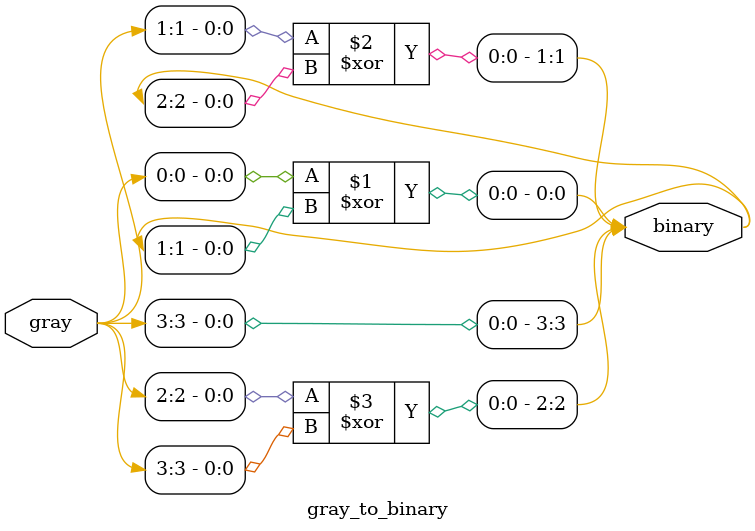
<source format=v>
module gray_to_binary(input [3:0]gray,output[3:0]binary);
  assign binary[3] = gray[3];
  genvar g;
  generate
    for (g=0;g<3;g=g+1)begin
      assign binary[g] = gray[g]^binary[g+1];
    end
  endgenerate
endmodule
      

</source>
